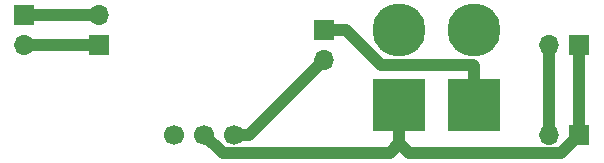
<source format=gbr>
G04 #@! TF.GenerationSoftware,KiCad,Pcbnew,(5.1.5-0-10_14)*
G04 #@! TF.CreationDate,2020-06-18T21:35:01+02:00*
G04 #@! TF.ProjectId,rover2,726f7665-7232-42e6-9b69-6361645f7063,rev?*
G04 #@! TF.SameCoordinates,Original*
G04 #@! TF.FileFunction,Copper,L1,Top*
G04 #@! TF.FilePolarity,Positive*
%FSLAX46Y46*%
G04 Gerber Fmt 4.6, Leading zero omitted, Abs format (unit mm)*
G04 Created by KiCad (PCBNEW (5.1.5-0-10_14)) date 2020-06-18 21:35:01*
%MOMM*%
%LPD*%
G04 APERTURE LIST*
%ADD10R,4.500880X4.500880*%
%ADD11C,4.500880*%
%ADD12R,1.700000X1.700000*%
%ADD13O,1.700000X1.700000*%
%ADD14C,1.700000*%
%ADD15C,1.000000*%
G04 APERTURE END LIST*
D10*
X52070000Y-10160000D03*
D11*
X52070000Y-3810000D03*
X45720000Y-3810000D03*
D10*
X45720000Y-10160000D03*
D12*
X20320000Y-5080000D03*
D13*
X20320000Y-2540000D03*
X13970000Y-5080000D03*
D12*
X13970000Y-2540000D03*
X60960000Y-5080000D03*
D13*
X58420000Y-5080000D03*
X58420000Y-12700000D03*
D12*
X60960000Y-12700000D03*
X39370000Y-3810000D03*
D13*
X39370000Y-6350000D03*
D14*
X26670000Y-12700000D03*
X29210000Y-12700000D03*
X31750000Y-12700000D03*
D15*
X41220000Y-3810000D02*
X39370000Y-3810000D01*
X44170441Y-6760441D02*
X41220000Y-3810000D01*
X51920881Y-6760441D02*
X44170441Y-6760441D01*
X52070000Y-6909560D02*
X51920881Y-6760441D01*
X52070000Y-10160000D02*
X52070000Y-6909560D01*
X60960000Y-5080000D02*
X60960000Y-12700000D01*
X46559561Y-14250001D02*
X59409999Y-14250001D01*
X59409999Y-14250001D02*
X60960000Y-12700000D01*
X45720000Y-13410440D02*
X46559561Y-14250001D01*
X44880439Y-14250001D02*
X45720000Y-13410440D01*
X30760001Y-14250001D02*
X44880439Y-14250001D01*
X45720000Y-13410440D02*
X45720000Y-10160000D01*
X29210000Y-12700000D02*
X30760001Y-14250001D01*
X20320000Y-5080000D02*
X13970000Y-5080000D01*
X13970000Y-2540000D02*
X20320000Y-2540000D01*
X58420000Y-12700000D02*
X58420000Y-5080000D01*
X33020000Y-12700000D02*
X39370000Y-6350000D01*
X31750000Y-12700000D02*
X33020000Y-12700000D01*
M02*

</source>
